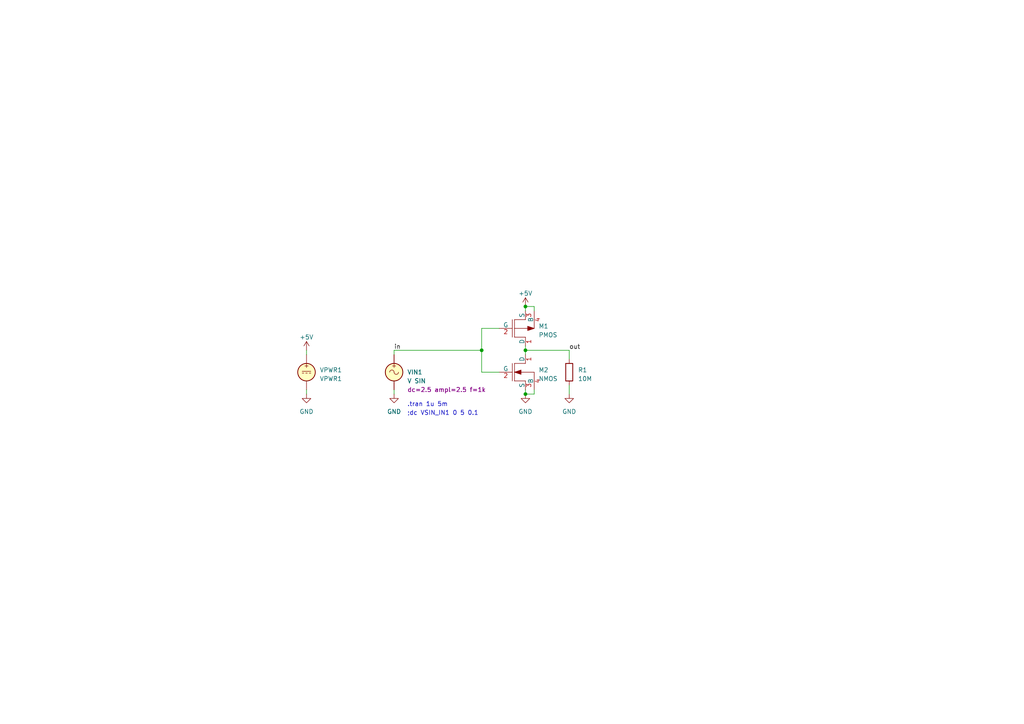
<source format=kicad_sch>
(kicad_sch (version 20221004) (generator eeschema)
  (paper "A4")
  (lib_symbols
    (symbol "Device:R" (pin_numbers hide) (pin_names (offset 0))
      (property "Reference" "R" (at 2.032 0 90))
      (property "Value" "R" (at 0 0 90))
      (symbol "R_0_1"
        (rectangle (start -1.016 -2.54) (end 1.016 2.54) (stroke (width 0.254)))
      )
      (symbol "R_1_1"
        (pin passive line (at 0 3.81 270) (length 1.27) (name "~") (number "1"))
        (pin passive line (at 0 -3.81 90) (length 1.27) (name "~") (number "2"))
      )
    )
    (symbol "Simulation_SPICE:VDC" (pin_numbers hide) (pin_names (offset 0.0254))
      (property "Reference" "V" (at 2.54 2.54 0))
      (property "Value" "VDC" (at 2.54 0 0))
      (property "Spice_Model" "dc(1)" (at 2.54 -2.54 0))
      (symbol "VDC_0_0"
        (polyline (pts (xy -1.27 0.254) (xy 1.27 0.254)))
        (polyline (pts (xy -0.762 -0.254) (xy -1.27 -0.254)))
        (polyline (pts (xy 0.254 -0.254) (xy -0.254 -0.254)))
        (polyline (pts (xy 1.27 -0.254) (xy 0.762 -0.254)))
        (text "+" (at 0 1.905 0) (effects (font (size 1.27 1.27))))
      )
      (symbol "VDC_0_1"
        (circle (center 0 0) (radius 2.54) (stroke (width 0.254)) (fill (type background)))
      )
      (symbol "VDC_1_1"
        (pin passive line (at 0 5.08 270) (length 2.54) (name "~") (number "1"))
        (pin passive line (at 0 -5.08 90) (length 2.54) (name "~") (number "2"))
      )
    )
    (symbol "Simulation_SPICE:VSIN" (pin_numbers hide) (pin_names (offset 0.0254))
      (property "Reference" "V" (at 2.54 2.54 0))
      (property "Value" "VSIN" (at 2.54 0 0))
      (property "Spice_Model" "sin(0 1 1k)" (at 2.54 -2.54 0))
      (symbol "VSIN_0_0"
        (arc (start 0 0) (mid -0.635 0.6323) (end -1.27 0))
        (arc (start 0 0) (mid 0.635 -0.6323) (end 1.27 0))
        (text "+" (at 0 1.905 0) (effects (font (size 1.27 1.27))))
      )
      (symbol "VSIN_0_1"
        (circle (center 0 0) (radius 2.54) (stroke (width 0.254)) (fill (type background)))
      )
      (symbol "VSIN_1_1"
        (pin passive line (at 0 5.08 270) (length 2.54) (name "~") (number "1"))
        (pin passive line (at 0 -5.08 90) (length 2.54) (name "~") (number "2"))
      )
    )
    (symbol "power:+5V" (power) (pin_names (offset 0))
      (property "Value" "+5V" (at 0 3.556 0))
      (symbol "+5V_0_1"
        (polyline (pts (xy -0.762 1.27) (xy 0 2.54)))
        (polyline (pts (xy 0 0) (xy 0 2.54)))
        (polyline (pts (xy 0 2.54) (xy 0.762 1.27)))
      )
      (symbol "+5V_1_1"
        (pin power_in line (at 0 0 90) (length 0) hide (name "+5V") (number "1"))
      )
    )
    (symbol "power:GND" (power) (pin_names (offset 0))
      (property "Value" "GND" (at 0 -3.81 0))
      (symbol "GND_0_1"
        (polyline (pts (xy 0 0) (xy 0 -1.27) (xy 1.27 -1.27) (xy 0 -2.54) (xy -1.27 -1.27) (xy 0 -1.27)))
      )
      (symbol "GND_1_1"
        (pin power_in line (at 0 0 270) (length 0) hide (name "GND") (number "1"))
      )
    )
    (symbol "pspice:MNMOS" (pin_names (offset 0))
      (property "Reference" "M" (at 7.62 1.27 0))
      (property "Value" "MNMOS" (at 7.62 -1.27 0))
      (symbol "MNMOS_0_1"
        (polyline (pts (xy -1.27 -2.54) (xy -1.27 2.54)))
        (polyline (pts (xy -0.635 -2.54) (xy 2.54 -2.54)))
        (polyline (pts (xy 2.54 2.54) (xy -0.635 2.54)))
        (polyline (pts (xy 5.08 0) (xy -0.635 0)))
        (polyline (pts (xy -0.635 0) (xy 1.27 0.635) (xy 1.27 -0.635) (xy -0.635 0)) (fill (type outline)))
      )
      (symbol "MNMOS_1_1"
        (polyline (pts (xy -0.635 -2.54) (xy -0.635 2.54)))
        (pin passive line (at 2.54 5.08 270) (length 2.54) (name "D") (number "1"))
        (pin input line (at -5.08 0 0) (length 3.81) (name "G") (number "2"))
        (pin passive line (at 2.54 -5.08 90) (length 2.54) (name "S") (number "3"))
        (pin input line (at 5.08 -5.08 90) (length 5.08) (name "B") (number "4"))
      )
    )
    (symbol "pspice:MPMOS" (pin_names (offset 0))
      (property "Reference" "M" (at 7.62 1.27 0))
      (property "Value" "MPMOS" (at 7.62 -1.27 0))
      (symbol "MPMOS_0_1"
        (polyline (pts (xy -1.27 2.54) (xy -1.27 -2.54)))
        (polyline (pts (xy -0.635 -2.54) (xy 2.54 -2.54)))
        (polyline (pts (xy 2.54 2.54) (xy -0.635 2.54)))
        (polyline (pts (xy 5.08 0) (xy -0.635 0)))
        (polyline (pts (xy 5.08 0) (xy 3.175 0.635) (xy 3.175 -0.635) (xy 5.08 0)) (fill (type outline)))
      )
      (symbol "MPMOS_1_1"
        (polyline (pts (xy -0.635 -2.54) (xy -0.635 2.54)))
        (pin passive line (at 2.54 -5.08 90) (length 2.54) (name "D") (number "1"))
        (pin input line (at -5.08 0 0) (length 3.81) (name "G") (number "2"))
        (pin passive line (at 2.54 5.08 270) (length 2.54) (name "S") (number "3"))
        (pin input line (at 5.08 5.08 270) (length 5.08) (name "B") (number "4"))
      )
    )
  )
  (junction (at 139.7 101.6))
  (junction (at 152.4 88.9))
  (junction (at 152.4 101.6))
  (junction (at 152.4 114.3))
  (wire (pts (xy 152.4 102.87) (xy 152.4 101.6)))
  (wire (pts (xy 152.4 101.6) (xy 165.1 101.6)))
  (wire (pts (xy 152.4 114.3) (xy 154.94 114.3)))
  (wire (pts (xy 114.3 101.6) (xy 114.3 102.87)))
  (wire (pts (xy 165.1 104.14) (xy 165.1 101.6)))
  (wire (pts (xy 88.9 101.6) (xy 88.9 102.87)))
  (wire (pts (xy 114.3 113.03) (xy 114.3 114.3)))
  (wire (pts (xy 114.3 101.6) (xy 139.7 101.6)))
  (wire (pts (xy 144.78 95.25) (xy 139.7 95.25)))
  (wire (pts (xy 139.7 107.95) (xy 144.78 107.95)))
  (wire (pts (xy 165.1 111.76) (xy 165.1 114.3)))
  (wire (pts (xy 154.94 90.17) (xy 154.94 88.9)))
  (wire (pts (xy 154.94 113.03) (xy 154.94 114.3)))
  (wire (pts (xy 152.4 101.6) (xy 152.4 100.33)))
  (wire (pts (xy 88.9 113.03) (xy 88.9 114.3)))
  (wire (pts (xy 139.7 95.25) (xy 139.7 101.6)))
  (wire (pts (xy 154.94 88.9) (xy 152.4 88.9)))
  (wire (pts (xy 139.7 101.6) (xy 139.7 107.95)))
  (wire (pts (xy 152.4 88.9) (xy 152.4 90.17)))
  (wire (pts (xy 152.4 114.3) (xy 152.4 113.03)))
  (text ".tran 1u 5m" (at 118.11 118.11 0) (effects (font (size 1.27 1.27)) (justify left bottom)))
  (text ";dc VSIN_IN1 0 5 0.1" (at 118.11 120.65 0) (effects (font (size 1.27 1.27)) (justify left bottom)))
  (label "out" (at 165.1 101.6 0))
  (label "in" (at 114.3 101.6 0))
  (symbol (lib_id "power:GND") (at 165.1 114.3 0) (unit 1)
    (property "Reference" "#PWR06" (effects hide))
    (property "Value" "GND" (at 165.1 119.38 0))
  )
  (symbol (lib_id "Simulation_SPICE:VSIN") (at 114.3 107.95 0) (unit 1)
    (property "Reference" "VIN1" (at 118.11 107.95 0) (effects (justify left)))
    (property "Value" "${Sim.Device} ${Sim.Type}" (at 118.11 110.49 0) (effects (justify left)))
    (property "Sim.Device" "V" (effects hide))
    (property "Sim.Type" "SIN" (effects hide))
    (property "Sim.Params" "dc=2.5 ampl=2.5 f=1k" (at 129.54 113.03 0))
  )
  (symbol (lib_id "power:GND") (at 114.3 114.3 0) (unit 1)
    (property "Reference" "#PWR03" (effects hide))
    (property "Value" "GND" (at 114.3 119.38 0))
  )
  (symbol (lib_id "Device:R") (at 165.1 107.95 0) (unit 1)
    (property "Reference" "R1" (at 167.64 107.315 0) (effects (justify left)))
    (property "Value" "10M" (at 167.64 109.855 0) (effects (justify left)))
    (property "Sim.Device" "R" (effects hide))
  )
  (symbol (lib_id "Simulation_SPICE:VDC") (at 88.9 107.95 0) (unit 1)
    (property "Reference" "VPWR1" (at 92.71 107.315 0) (effects (justify left)))
    (property "Value" "VPWR1" (at 92.71 109.855 0) (effects (justify left)))
    (property "Sim.Device" "V" (effects hide))
    (property "Sim.Pins" "1 2" (effects hide))
    (property "Sim.Params" "dc=5" (effects hide))
  )
  (symbol (lib_id "power:+5V") (at 88.9 101.6 0) (unit 1)
    (property "Reference" "#PWR01" (effects hide))
    (property "Value" "+5V" (at 88.9 97.79 0))
  )
  (symbol (lib_id "power:GND") (at 88.9 114.3 0) (unit 1)
    (property "Reference" "#PWR02" (effects hide))
    (property "Value" "GND" (at 88.9 119.38 0))
  )
  (symbol (lib_id "pspice:MPMOS") (at 149.86 95.25 0) (unit 1)
    (property "Reference" "M1" (at 156.21 94.615 0) (effects (justify left)))
    (property "Value" "PMOS" (at 156.21 97.155 0) (effects (justify left)))
    (property "Sim.Name" "pmos" (effects hide))
    (property "Sim.Library" "cmos_not.lib.spice" (effects hide))
    (property "Sim.Device" "PMOS" (effects hide))
    (property "Sim.Type" "MOS1" (effects hide))
    (property "Sim.Pins" "1 2 3 4" (effects hide))
    (property "Sim.Params" "l=1u w=1.4u" (effects hide))
  )
  (symbol (lib_id "power:GND") (at 152.4 114.3 0) (unit 1)
    (property "Reference" "#PWR05" (effects hide))
    (property "Value" "GND" (at 152.4 119.38 0))
  )
  (symbol (lib_id "power:+5V") (at 152.4 88.9 0) (unit 1)
    (property "Reference" "#PWR04" (effects hide))
    (property "Value" "+5V" (at 152.4 85.09 0))
  )
  (symbol (lib_id "pspice:MNMOS") (at 149.86 107.95 0) (unit 1)
    (property "Reference" "M2" (at 156.21 107.315 0) (effects (justify left)))
    (property "Value" "NMOS" (at 156.21 109.855 0) (effects (justify left)))
    (property "Sim.Name" "nmos" (effects hide))
    (property "Sim.Library" "cmos_not.lib.spice" (effects hide))
    (property "Sim.Device" "NMOS" (effects hide))
    (property "Sim.Type" "MOS1" (effects hide))
    (property "Sim.Pins" "1 2 3 4" (effects hide))
    (property "Sim.Params" "l=1u w=1u" (effects hide))
  )
)
</source>
